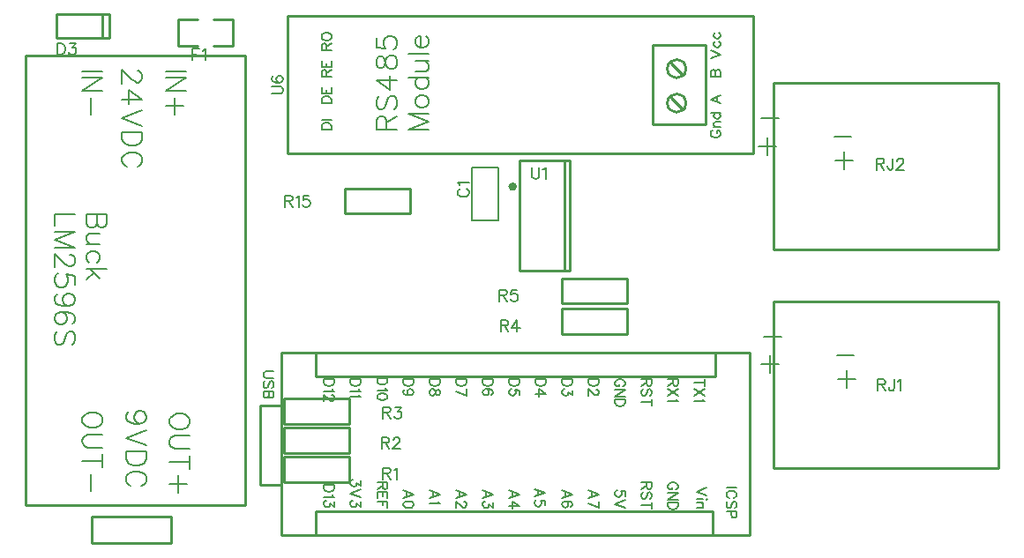
<source format=gto>
G04 Layer: TopSilkLayer*
G04 EasyEDA v6.3.22, 2020-02-16T12:15:52--5:00*
G04 381979cff6bd47818e4e504fc6c237e0,2cc9782d1759487288c44a1c2d283d62,10*
G04 Gerber Generator version 0.2*
G04 Scale: 100 percent, Rotated: No, Reflected: No *
G04 Dimensions in millimeters *
G04 leading zeros omitted , absolute positions ,3 integer and 3 decimal *
%FSLAX33Y33*%
%MOMM*%
G90*
G71D02*

%ADD10C,0.254000*%
%ADD28C,0.200660*%
%ADD29C,0.228600*%
%ADD30C,0.399999*%
%ADD31C,0.203200*%
%ADD32C,0.152400*%

%LPD*%
G54D10*
G01X26670Y48785D02*
G01X26670Y5605D01*
G01X5588Y5605D01*
G01X5588Y48785D01*
G01X26670Y48785D01*
G01X75057Y20210D02*
G01X75057Y2684D01*
G01X30099Y20210D02*
G01X30099Y2684D01*
G01X75057Y20210D02*
G01X30099Y20210D01*
G01X75057Y2684D02*
G01X30099Y2684D01*
G01X33401Y20210D02*
G01X33401Y17924D01*
G01X71755Y17924D01*
G01X71755Y20210D01*
G01X33401Y20210D01*
G01X71501Y2684D02*
G01X71501Y4970D01*
G01X33401Y4970D01*
G01X33401Y2684D01*
G01X30099Y7510D02*
G01X28067Y7510D01*
G01X28067Y15130D01*
G01X30099Y15130D01*
G01X19558Y4461D02*
G01X19558Y1921D01*
G01X11938Y1921D01*
G01X11938Y4461D01*
G01X19558Y4461D01*
G54D28*
G01X48389Y37987D02*
G01X48389Y32907D01*
G01X50929Y32907D01*
G01X50929Y37987D01*
G01X48389Y37987D01*
G54D10*
G01X36677Y13021D02*
G01X36677Y10634D01*
G01X36677Y10634D02*
G01X30378Y10634D01*
G01X30378Y10634D02*
G01X30378Y13021D01*
G01X30378Y13021D02*
G01X36677Y13021D01*
G01X57048Y24985D02*
G01X57048Y27372D01*
G01X57048Y27372D02*
G01X63347Y27372D01*
G01X63347Y27372D02*
G01X63347Y24985D01*
G01X63347Y24985D02*
G01X57048Y24985D01*
G01X57048Y22064D02*
G01X57048Y24451D01*
G01X57048Y24451D02*
G01X63347Y24451D01*
G01X63347Y24451D02*
G01X63347Y22064D01*
G01X63347Y22064D02*
G01X57048Y22064D01*
G01X36220Y33621D02*
G01X36220Y36008D01*
G01X36220Y36008D02*
G01X42519Y36008D01*
G01X42519Y36008D02*
G01X42519Y33621D01*
G01X42519Y33621D02*
G01X36220Y33621D01*
G01X57791Y38717D02*
G01X57791Y28118D01*
G01X52991Y28118D01*
G01X52991Y38717D01*
G01X57791Y38717D01*
G01X57290Y28118D02*
G01X57290Y38717D01*
G01X36677Y10227D02*
G01X36677Y7840D01*
G01X36677Y7840D02*
G01X30378Y7840D01*
G01X30378Y7840D02*
G01X30378Y10227D01*
G01X30378Y10227D02*
G01X36677Y10227D01*
G01X30378Y13428D02*
G01X30378Y15815D01*
G01X30378Y15815D02*
G01X36677Y15815D01*
G01X36677Y15815D02*
G01X36677Y13428D01*
G01X36677Y13428D02*
G01X30378Y13428D01*
G54D29*
G01X8509Y52721D02*
G01X13589Y52721D01*
G01X13589Y50435D01*
G01X8509Y50435D01*
G01X8509Y52721D01*
G01X12954Y52721D02*
G01X12954Y50435D01*
G54D10*
G01X23622Y49673D02*
G01X25470Y49673D01*
G01X25470Y52213D01*
G01X23622Y52213D01*
G01X22098Y52213D02*
G01X20239Y52213D01*
G01X20239Y49673D01*
G01X22098Y49673D01*
G01X98996Y46117D02*
G01X98996Y30115D01*
G01X98996Y30115D02*
G01X77406Y30115D01*
G01X77406Y30115D02*
G01X77406Y46117D01*
G01X77406Y46117D02*
G01X98996Y46117D01*
G01X98996Y25162D02*
G01X98996Y9160D01*
G01X98996Y9160D02*
G01X77406Y9160D01*
G01X77406Y9160D02*
G01X77406Y25162D01*
G01X77406Y25162D02*
G01X98996Y25162D01*
G01X68834Y47006D02*
G01X68580Y47006D01*
G01X67564Y48022D01*
G01X67564Y48276D01*
G01X30734Y39386D02*
G01X30734Y52594D01*
G01X31242Y52594D01*
G01X74422Y52594D01*
G01X75438Y52594D01*
G01X75438Y39386D01*
G01X74676Y39386D01*
G01X30734Y39386D01*
G01X65786Y42180D02*
G01X65786Y49546D01*
G01X65786Y49800D01*
G01X70612Y49800D01*
G01X70866Y49800D01*
G01X70866Y42180D01*
G01X70358Y42180D01*
G01X65786Y42180D01*
G01X65786Y43196D01*
G01X68834Y43704D02*
G01X68580Y43704D01*
G01X67564Y44720D01*
G01X67564Y44974D01*
G54D31*
G01X12969Y13941D02*
G01X12878Y14127D01*
G01X12692Y14310D01*
G01X12510Y14404D01*
G01X12230Y14495D01*
G01X11770Y14495D01*
G01X11494Y14404D01*
G01X11308Y14310D01*
G01X11123Y14127D01*
G01X11031Y13941D01*
G01X11031Y13570D01*
G01X11123Y13388D01*
G01X11308Y13202D01*
G01X11494Y13111D01*
G01X11770Y13017D01*
G01X12230Y13017D01*
G01X12510Y13111D01*
G01X12692Y13202D01*
G01X12878Y13388D01*
G01X12969Y13570D01*
G01X12969Y13941D01*
G01X12969Y12407D02*
G01X11585Y12407D01*
G01X11308Y12316D01*
G01X11123Y12130D01*
G01X11031Y11853D01*
G01X11031Y11668D01*
G01X11123Y11391D01*
G01X11308Y11206D01*
G01X11585Y11114D01*
G01X12969Y11114D01*
G01X12969Y9860D02*
G01X11031Y9860D01*
G01X12969Y10505D02*
G01X12969Y9212D01*
G01X11862Y8602D02*
G01X11862Y6939D01*
G01X21336Y13814D02*
G01X21245Y14000D01*
G01X21059Y14183D01*
G01X20876Y14277D01*
G01X20597Y14368D01*
G01X20137Y14368D01*
G01X19860Y14277D01*
G01X19675Y14183D01*
G01X19489Y14000D01*
G01X19398Y13814D01*
G01X19398Y13443D01*
G01X19489Y13261D01*
G01X19675Y13075D01*
G01X19860Y12984D01*
G01X20137Y12890D01*
G01X20597Y12890D01*
G01X20876Y12984D01*
G01X21059Y13075D01*
G01X21245Y13261D01*
G01X21336Y13443D01*
G01X21336Y13814D01*
G01X21336Y12280D02*
G01X19952Y12280D01*
G01X19675Y12189D01*
G01X19489Y12003D01*
G01X19398Y11726D01*
G01X19398Y11541D01*
G01X19489Y11264D01*
G01X19675Y11079D01*
G01X19952Y10987D01*
G01X21336Y10987D01*
G01X21336Y9733D02*
G01X19398Y9733D01*
G01X21336Y10378D02*
G01X21336Y9085D01*
G01X21059Y7645D02*
G01X19398Y7645D01*
G01X20229Y8475D02*
G01X20229Y6812D01*
G01X12954Y47261D02*
G01X11016Y47261D01*
G01X12954Y46651D02*
G01X11016Y46651D01*
G01X12954Y46651D02*
G01X11016Y45359D01*
G01X12954Y45359D02*
G01X11016Y45359D01*
G01X11847Y44749D02*
G01X11847Y43085D01*
G01X20970Y47261D02*
G01X19032Y47261D01*
G01X20970Y46651D02*
G01X19032Y46651D01*
G01X20970Y46651D02*
G01X19032Y45359D01*
G01X20970Y45359D02*
G01X19032Y45359D01*
G01X20693Y43918D02*
G01X19032Y43918D01*
G01X19863Y44749D02*
G01X19863Y43085D01*
G01X13352Y33544D02*
G01X11411Y33544D01*
G01X13352Y33544D02*
G01X13352Y32713D01*
G01X13258Y32437D01*
G01X13166Y32343D01*
G01X12981Y32251D01*
G01X12796Y32251D01*
G01X12613Y32343D01*
G01X12519Y32437D01*
G01X12427Y32713D01*
G01X12427Y33544D02*
G01X12427Y32713D01*
G01X12336Y32437D01*
G01X12242Y32343D01*
G01X12056Y32251D01*
G01X11780Y32251D01*
G01X11597Y32343D01*
G01X11503Y32437D01*
G01X11411Y32713D01*
G01X11411Y33544D01*
G01X12704Y31642D02*
G01X11780Y31642D01*
G01X11503Y31550D01*
G01X11411Y31365D01*
G01X11411Y31088D01*
G01X11503Y30902D01*
G01X11780Y30626D01*
G01X12704Y30626D02*
G01X11411Y30626D01*
G01X12427Y28908D02*
G01X12613Y29091D01*
G01X12704Y29277D01*
G01X12704Y29554D01*
G01X12613Y29739D01*
G01X12427Y29924D01*
G01X12150Y30016D01*
G01X11965Y30016D01*
G01X11688Y29924D01*
G01X11503Y29739D01*
G01X11411Y29554D01*
G01X11411Y29277D01*
G01X11503Y29091D01*
G01X11688Y28908D01*
G01X13352Y28299D02*
G01X11411Y28299D01*
G01X12704Y27374D02*
G01X11780Y28299D01*
G01X12150Y27928D02*
G01X11411Y27283D01*
G01X10304Y33544D02*
G01X8363Y33544D01*
G01X8363Y33544D02*
G01X8363Y32437D01*
G01X10304Y31827D02*
G01X8363Y31827D01*
G01X10304Y31827D02*
G01X8363Y31088D01*
G01X10304Y30349D02*
G01X8363Y31088D01*
G01X10304Y30349D02*
G01X8363Y30349D01*
G01X9841Y29648D02*
G01X9933Y29648D01*
G01X10118Y29554D01*
G01X10210Y29462D01*
G01X10304Y29277D01*
G01X10304Y28908D01*
G01X10210Y28723D01*
G01X10118Y28632D01*
G01X9933Y28538D01*
G01X9748Y28538D01*
G01X9565Y28632D01*
G01X9288Y28815D01*
G01X8363Y29739D01*
G01X8363Y28446D01*
G01X10304Y26729D02*
G01X10304Y27651D01*
G01X9471Y27745D01*
G01X9565Y27651D01*
G01X9656Y27374D01*
G01X9656Y27097D01*
G01X9565Y26821D01*
G01X9379Y26635D01*
G01X9102Y26544D01*
G01X8917Y26544D01*
G01X8640Y26635D01*
G01X8455Y26821D01*
G01X8363Y27097D01*
G01X8363Y27374D01*
G01X8455Y27651D01*
G01X8549Y27745D01*
G01X8732Y27837D01*
G01X9656Y24733D02*
G01X9379Y24824D01*
G01X9194Y25010D01*
G01X9102Y25286D01*
G01X9102Y25380D01*
G01X9194Y25657D01*
G01X9379Y25840D01*
G01X9656Y25934D01*
G01X9748Y25934D01*
G01X10024Y25840D01*
G01X10210Y25657D01*
G01X10304Y25380D01*
G01X10304Y25286D01*
G01X10210Y25010D01*
G01X10024Y24824D01*
G01X9656Y24733D01*
G01X9194Y24733D01*
G01X8732Y24824D01*
G01X8455Y25010D01*
G01X8363Y25286D01*
G01X8363Y25472D01*
G01X8455Y25749D01*
G01X8640Y25840D01*
G01X10024Y23016D02*
G01X10210Y23107D01*
G01X10304Y23384D01*
G01X10304Y23569D01*
G01X10210Y23846D01*
G01X9933Y24032D01*
G01X9471Y24123D01*
G01X9008Y24123D01*
G01X8640Y24032D01*
G01X8455Y23846D01*
G01X8363Y23569D01*
G01X8363Y23478D01*
G01X8455Y23199D01*
G01X8640Y23016D01*
G01X8917Y22922D01*
G01X9008Y22922D01*
G01X9288Y23016D01*
G01X9471Y23199D01*
G01X9565Y23478D01*
G01X9565Y23569D01*
G01X9471Y23846D01*
G01X9288Y24032D01*
G01X9008Y24123D01*
G01X10024Y21019D02*
G01X10210Y21205D01*
G01X10304Y21482D01*
G01X10304Y21852D01*
G01X10210Y22129D01*
G01X10024Y22312D01*
G01X9841Y22312D01*
G01X9656Y22221D01*
G01X9565Y22129D01*
G01X9471Y21944D01*
G01X9288Y21390D01*
G01X9194Y21205D01*
G01X9102Y21113D01*
G01X8917Y21019D01*
G01X8640Y21019D01*
G01X8455Y21205D01*
G01X8363Y21482D01*
G01X8363Y21852D01*
G01X8455Y22129D01*
G01X8640Y22312D01*
G01X16319Y47296D02*
G01X16413Y47296D01*
G01X16598Y47202D01*
G01X16690Y47111D01*
G01X16781Y46925D01*
G01X16781Y46557D01*
G01X16690Y46371D01*
G01X16598Y46280D01*
G01X16413Y46186D01*
G01X16228Y46186D01*
G01X16042Y46280D01*
G01X15765Y46463D01*
G01X14843Y47387D01*
G01X14843Y46095D01*
G01X16781Y44560D02*
G01X15488Y45485D01*
G01X15488Y44098D01*
G01X16781Y44560D02*
G01X14843Y44560D01*
G01X16781Y43489D02*
G01X14843Y42752D01*
G01X16781Y42013D02*
G01X14843Y42752D01*
G01X16781Y41403D02*
G01X14843Y41403D01*
G01X16781Y41403D02*
G01X16781Y40756D01*
G01X16690Y40479D01*
G01X16504Y40293D01*
G01X16319Y40202D01*
G01X16042Y40110D01*
G01X15582Y40110D01*
G01X15303Y40202D01*
G01X15120Y40293D01*
G01X14935Y40479D01*
G01X14843Y40756D01*
G01X14843Y41403D01*
G01X16319Y38114D02*
G01X16504Y38205D01*
G01X16690Y38391D01*
G01X16781Y38576D01*
G01X16781Y38945D01*
G01X16690Y39130D01*
G01X16504Y39315D01*
G01X16319Y39407D01*
G01X16042Y39501D01*
G01X15582Y39501D01*
G01X15303Y39407D01*
G01X15120Y39315D01*
G01X14935Y39130D01*
G01X14843Y38945D01*
G01X14843Y38576D01*
G01X14935Y38391D01*
G01X15120Y38205D01*
G01X15303Y38114D01*
G01X16517Y13420D02*
G01X16240Y13514D01*
G01X16055Y13697D01*
G01X15963Y13974D01*
G01X15963Y14068D01*
G01X16055Y14345D01*
G01X16240Y14530D01*
G01X16517Y14621D01*
G01X16609Y14621D01*
G01X16885Y14530D01*
G01X17071Y14345D01*
G01X17162Y14068D01*
G01X17162Y13974D01*
G01X17071Y13697D01*
G01X16885Y13514D01*
G01X16517Y13420D01*
G01X16055Y13420D01*
G01X15593Y13514D01*
G01X15316Y13697D01*
G01X15224Y13974D01*
G01X15224Y14159D01*
G01X15316Y14436D01*
G01X15501Y14530D01*
G01X17162Y12810D02*
G01X15224Y12071D01*
G01X17162Y11332D02*
G01X15224Y12071D01*
G01X17162Y10723D02*
G01X15224Y10723D01*
G01X17162Y10723D02*
G01X17162Y10077D01*
G01X17071Y9801D01*
G01X16885Y9615D01*
G01X16700Y9524D01*
G01X16423Y9430D01*
G01X15963Y9430D01*
G01X15684Y9524D01*
G01X15501Y9615D01*
G01X15316Y9801D01*
G01X15224Y10077D01*
G01X15224Y10723D01*
G01X16700Y7436D02*
G01X16885Y7527D01*
G01X17071Y7713D01*
G01X17162Y7898D01*
G01X17162Y8266D01*
G01X17071Y8452D01*
G01X16885Y8637D01*
G01X16700Y8729D01*
G01X16423Y8820D01*
G01X15963Y8820D01*
G01X15684Y8729D01*
G01X15501Y8637D01*
G01X15316Y8452D01*
G01X15224Y8266D01*
G01X15224Y7898D01*
G01X15316Y7713D01*
G01X15501Y7527D01*
G01X15684Y7436D01*
G01X29375Y18432D02*
G01X28692Y18432D01*
G01X28557Y18386D01*
G01X28466Y18294D01*
G01X28420Y18160D01*
G01X28420Y18068D01*
G01X28466Y17931D01*
G01X28557Y17840D01*
G01X28692Y17794D01*
G01X29375Y17794D01*
G01X29238Y16859D02*
G01X29329Y16951D01*
G01X29375Y17085D01*
G01X29375Y17268D01*
G01X29329Y17405D01*
G01X29238Y17494D01*
G01X29146Y17494D01*
G01X29055Y17449D01*
G01X29012Y17405D01*
G01X28966Y17314D01*
G01X28874Y17040D01*
G01X28829Y16951D01*
G01X28783Y16905D01*
G01X28692Y16859D01*
G01X28557Y16859D01*
G01X28466Y16951D01*
G01X28420Y17085D01*
G01X28420Y17268D01*
G01X28466Y17405D01*
G01X28557Y17494D01*
G01X29375Y16560D02*
G01X28420Y16560D01*
G01X29375Y16560D02*
G01X29375Y16151D01*
G01X29329Y16013D01*
G01X29283Y15968D01*
G01X29192Y15922D01*
G01X29101Y15922D01*
G01X29012Y15968D01*
G01X28966Y16013D01*
G01X28920Y16151D01*
G01X28920Y16560D02*
G01X28920Y16151D01*
G01X28874Y16013D01*
G01X28829Y15968D01*
G01X28737Y15922D01*
G01X28603Y15922D01*
G01X28511Y15968D01*
G01X28466Y16013D01*
G01X28420Y16151D01*
G01X28420Y16560D01*
G01X65659Y17670D02*
G01X64704Y17670D01*
G01X65659Y17670D02*
G01X65659Y17261D01*
G01X65613Y17123D01*
G01X65567Y17078D01*
G01X65476Y17032D01*
G01X65384Y17032D01*
G01X65295Y17078D01*
G01X65250Y17123D01*
G01X65204Y17261D01*
G01X65204Y17670D01*
G01X65204Y17352D02*
G01X64704Y17032D01*
G01X65521Y16097D02*
G01X65613Y16189D01*
G01X65659Y16323D01*
G01X65659Y16506D01*
G01X65613Y16643D01*
G01X65521Y16732D01*
G01X65430Y16732D01*
G01X65339Y16687D01*
G01X65295Y16643D01*
G01X65250Y16552D01*
G01X65158Y16278D01*
G01X65113Y16189D01*
G01X65067Y16143D01*
G01X64975Y16097D01*
G01X64841Y16097D01*
G01X64749Y16189D01*
G01X64704Y16323D01*
G01X64704Y16506D01*
G01X64749Y16643D01*
G01X64841Y16732D01*
G01X65659Y15477D02*
G01X64704Y15477D01*
G01X65659Y15798D02*
G01X65659Y15160D01*
G01X62890Y16989D02*
G01X62981Y17032D01*
G01X63073Y17123D01*
G01X63119Y17215D01*
G01X63119Y17398D01*
G01X63073Y17487D01*
G01X62981Y17578D01*
G01X62890Y17624D01*
G01X62755Y17670D01*
G01X62527Y17670D01*
G01X62390Y17624D01*
G01X62301Y17578D01*
G01X62209Y17487D01*
G01X62164Y17398D01*
G01X62164Y17215D01*
G01X62209Y17123D01*
G01X62301Y17032D01*
G01X62390Y16989D01*
G01X62527Y16989D01*
G01X62527Y17215D02*
G01X62527Y16989D01*
G01X63119Y16687D02*
G01X62164Y16687D01*
G01X63119Y16687D02*
G01X62164Y16052D01*
G01X63119Y16052D02*
G01X62164Y16052D01*
G01X63119Y15752D02*
G01X62164Y15752D01*
G01X63119Y15752D02*
G01X63119Y15434D01*
G01X63073Y15297D01*
G01X62981Y15206D01*
G01X62890Y15160D01*
G01X62755Y15114D01*
G01X62527Y15114D01*
G01X62390Y15160D01*
G01X62301Y15206D01*
G01X62209Y15297D01*
G01X62164Y15434D01*
G01X62164Y15752D01*
G01X60579Y17670D02*
G01X59624Y17670D01*
G01X60579Y17670D02*
G01X60579Y17352D01*
G01X60533Y17215D01*
G01X60441Y17123D01*
G01X60350Y17078D01*
G01X60215Y17032D01*
G01X59987Y17032D01*
G01X59850Y17078D01*
G01X59761Y17123D01*
G01X59669Y17215D01*
G01X59624Y17352D01*
G01X59624Y17670D01*
G01X60350Y16687D02*
G01X60396Y16687D01*
G01X60487Y16643D01*
G01X60533Y16598D01*
G01X60579Y16506D01*
G01X60579Y16323D01*
G01X60533Y16234D01*
G01X60487Y16189D01*
G01X60396Y16143D01*
G01X60304Y16143D01*
G01X60215Y16189D01*
G01X60078Y16278D01*
G01X59624Y16732D01*
G01X59624Y16097D01*
G01X58039Y17670D02*
G01X57084Y17670D01*
G01X58039Y17670D02*
G01X58039Y17352D01*
G01X57993Y17215D01*
G01X57901Y17123D01*
G01X57810Y17078D01*
G01X57675Y17032D01*
G01X57447Y17032D01*
G01X57310Y17078D01*
G01X57221Y17123D01*
G01X57129Y17215D01*
G01X57084Y17352D01*
G01X57084Y17670D01*
G01X58039Y16643D02*
G01X58039Y16143D01*
G01X57675Y16415D01*
G01X57675Y16278D01*
G01X57630Y16189D01*
G01X57584Y16143D01*
G01X57447Y16097D01*
G01X57355Y16097D01*
G01X57221Y16143D01*
G01X57129Y16234D01*
G01X57084Y16369D01*
G01X57084Y16506D01*
G01X57129Y16643D01*
G01X57175Y16687D01*
G01X57266Y16732D01*
G01X68199Y17670D02*
G01X67244Y17670D01*
G01X68199Y17670D02*
G01X68199Y17261D01*
G01X68153Y17123D01*
G01X68107Y17078D01*
G01X68016Y17032D01*
G01X67924Y17032D01*
G01X67835Y17078D01*
G01X67790Y17123D01*
G01X67744Y17261D01*
G01X67744Y17670D01*
G01X67744Y17352D02*
G01X67244Y17032D01*
G01X68199Y16732D02*
G01X67244Y16097D01*
G01X68199Y16097D02*
G01X67244Y16732D01*
G01X68016Y15798D02*
G01X68061Y15706D01*
G01X68199Y15569D01*
G01X67244Y15569D01*
G01X70739Y17352D02*
G01X69784Y17352D01*
G01X70739Y17670D02*
G01X70739Y17032D01*
G01X70739Y16732D02*
G01X69784Y16097D01*
G01X70739Y16097D02*
G01X69784Y16732D01*
G01X70556Y15798D02*
G01X70601Y15706D01*
G01X70739Y15569D01*
G01X69784Y15569D01*
G01X55499Y17670D02*
G01X54544Y17670D01*
G01X55499Y17670D02*
G01X55499Y17352D01*
G01X55453Y17215D01*
G01X55361Y17123D01*
G01X55270Y17078D01*
G01X55135Y17032D01*
G01X54907Y17032D01*
G01X54770Y17078D01*
G01X54681Y17123D01*
G01X54589Y17215D01*
G01X54544Y17352D01*
G01X54544Y17670D01*
G01X55499Y16278D02*
G01X54861Y16732D01*
G01X54861Y16052D01*
G01X55499Y16278D02*
G01X54544Y16278D01*
G01X52959Y17670D02*
G01X52004Y17670D01*
G01X52959Y17670D02*
G01X52959Y17352D01*
G01X52913Y17215D01*
G01X52821Y17123D01*
G01X52730Y17078D01*
G01X52595Y17032D01*
G01X52367Y17032D01*
G01X52230Y17078D01*
G01X52141Y17123D01*
G01X52049Y17215D01*
G01X52004Y17352D01*
G01X52004Y17670D01*
G01X52959Y16189D02*
G01X52959Y16643D01*
G01X52550Y16687D01*
G01X52595Y16643D01*
G01X52639Y16506D01*
G01X52639Y16369D01*
G01X52595Y16234D01*
G01X52504Y16143D01*
G01X52367Y16097D01*
G01X52275Y16097D01*
G01X52141Y16143D01*
G01X52049Y16234D01*
G01X52004Y16369D01*
G01X52004Y16506D01*
G01X52049Y16643D01*
G01X52095Y16687D01*
G01X52186Y16732D01*
G01X50419Y17670D02*
G01X49464Y17670D01*
G01X50419Y17670D02*
G01X50419Y17352D01*
G01X50373Y17215D01*
G01X50281Y17123D01*
G01X50190Y17078D01*
G01X50055Y17032D01*
G01X49827Y17032D01*
G01X49690Y17078D01*
G01X49601Y17123D01*
G01X49509Y17215D01*
G01X49464Y17352D01*
G01X49464Y17670D01*
G01X50281Y16189D02*
G01X50373Y16234D01*
G01X50419Y16369D01*
G01X50419Y16460D01*
G01X50373Y16598D01*
G01X50236Y16687D01*
G01X50010Y16732D01*
G01X49781Y16732D01*
G01X49601Y16687D01*
G01X49509Y16598D01*
G01X49464Y16460D01*
G01X49464Y16415D01*
G01X49509Y16278D01*
G01X49601Y16189D01*
G01X49735Y16143D01*
G01X49781Y16143D01*
G01X49918Y16189D01*
G01X50010Y16278D01*
G01X50055Y16415D01*
G01X50055Y16460D01*
G01X50010Y16598D01*
G01X49918Y16687D01*
G01X49781Y16732D01*
G01X47879Y17670D02*
G01X46924Y17670D01*
G01X47879Y17670D02*
G01X47879Y17352D01*
G01X47833Y17215D01*
G01X47741Y17123D01*
G01X47650Y17078D01*
G01X47515Y17032D01*
G01X47287Y17032D01*
G01X47150Y17078D01*
G01X47061Y17123D01*
G01X46969Y17215D01*
G01X46924Y17352D01*
G01X46924Y17670D01*
G01X47879Y16097D02*
G01X46924Y16552D01*
G01X47879Y16732D02*
G01X47879Y16097D01*
G01X45339Y17670D02*
G01X44384Y17670D01*
G01X45339Y17670D02*
G01X45339Y17352D01*
G01X45293Y17215D01*
G01X45201Y17123D01*
G01X45110Y17078D01*
G01X44975Y17032D01*
G01X44747Y17032D01*
G01X44610Y17078D01*
G01X44521Y17123D01*
G01X44429Y17215D01*
G01X44384Y17352D01*
G01X44384Y17670D01*
G01X45339Y16506D02*
G01X45293Y16643D01*
G01X45201Y16687D01*
G01X45110Y16687D01*
G01X45019Y16643D01*
G01X44975Y16552D01*
G01X44930Y16369D01*
G01X44884Y16234D01*
G01X44793Y16143D01*
G01X44701Y16097D01*
G01X44566Y16097D01*
G01X44475Y16143D01*
G01X44429Y16189D01*
G01X44384Y16323D01*
G01X44384Y16506D01*
G01X44429Y16643D01*
G01X44475Y16687D01*
G01X44566Y16732D01*
G01X44701Y16732D01*
G01X44793Y16687D01*
G01X44884Y16598D01*
G01X44930Y16460D01*
G01X44975Y16278D01*
G01X45019Y16189D01*
G01X45110Y16143D01*
G01X45201Y16143D01*
G01X45293Y16189D01*
G01X45339Y16323D01*
G01X45339Y16506D01*
G01X42799Y17670D02*
G01X41844Y17670D01*
G01X42799Y17670D02*
G01X42799Y17352D01*
G01X42753Y17215D01*
G01X42661Y17123D01*
G01X42570Y17078D01*
G01X42435Y17032D01*
G01X42207Y17032D01*
G01X42070Y17078D01*
G01X41981Y17123D01*
G01X41889Y17215D01*
G01X41844Y17352D01*
G01X41844Y17670D01*
G01X42479Y16143D02*
G01X42344Y16189D01*
G01X42253Y16278D01*
G01X42207Y16415D01*
G01X42207Y16460D01*
G01X42253Y16598D01*
G01X42344Y16687D01*
G01X42479Y16732D01*
G01X42524Y16732D01*
G01X42661Y16687D01*
G01X42753Y16598D01*
G01X42799Y16460D01*
G01X42799Y16415D01*
G01X42753Y16278D01*
G01X42661Y16189D01*
G01X42479Y16143D01*
G01X42253Y16143D01*
G01X42026Y16189D01*
G01X41889Y16278D01*
G01X41844Y16415D01*
G01X41844Y16506D01*
G01X41889Y16643D01*
G01X41981Y16687D01*
G01X40297Y17796D02*
G01X39342Y17796D01*
G01X40297Y17796D02*
G01X40297Y17479D01*
G01X40251Y17342D01*
G01X40160Y17250D01*
G01X40068Y17205D01*
G01X39934Y17159D01*
G01X39705Y17159D01*
G01X39568Y17205D01*
G01X39479Y17250D01*
G01X39387Y17342D01*
G01X39342Y17479D01*
G01X39342Y17796D01*
G01X40114Y16859D02*
G01X40160Y16770D01*
G01X40297Y16633D01*
G01X39342Y16633D01*
G01X40297Y16059D02*
G01X40251Y16196D01*
G01X40114Y16288D01*
G01X39888Y16333D01*
G01X39751Y16333D01*
G01X39525Y16288D01*
G01X39387Y16196D01*
G01X39342Y16059D01*
G01X39342Y15970D01*
G01X39387Y15833D01*
G01X39525Y15742D01*
G01X39751Y15696D01*
G01X39888Y15696D01*
G01X40114Y15742D01*
G01X40251Y15833D01*
G01X40297Y15970D01*
G01X40297Y16059D01*
G01X37719Y17670D02*
G01X36764Y17670D01*
G01X37719Y17670D02*
G01X37719Y17352D01*
G01X37673Y17215D01*
G01X37581Y17123D01*
G01X37490Y17078D01*
G01X37355Y17032D01*
G01X37127Y17032D01*
G01X36990Y17078D01*
G01X36901Y17123D01*
G01X36809Y17215D01*
G01X36764Y17352D01*
G01X36764Y17670D01*
G01X37536Y16732D02*
G01X37581Y16643D01*
G01X37719Y16506D01*
G01X36764Y16506D01*
G01X37536Y16206D02*
G01X37581Y16115D01*
G01X37719Y15978D01*
G01X36764Y15978D01*
G01X35179Y17670D02*
G01X34224Y17670D01*
G01X35179Y17670D02*
G01X35179Y17352D01*
G01X35133Y17215D01*
G01X35041Y17123D01*
G01X34950Y17078D01*
G01X34815Y17032D01*
G01X34587Y17032D01*
G01X34450Y17078D01*
G01X34361Y17123D01*
G01X34269Y17215D01*
G01X34224Y17352D01*
G01X34224Y17670D01*
G01X34996Y16732D02*
G01X35041Y16643D01*
G01X35179Y16506D01*
G01X34224Y16506D01*
G01X34950Y16161D02*
G01X34996Y16161D01*
G01X35087Y16115D01*
G01X35133Y16069D01*
G01X35179Y15978D01*
G01X35179Y15798D01*
G01X35133Y15706D01*
G01X35087Y15660D01*
G01X34996Y15615D01*
G01X34904Y15615D01*
G01X34815Y15660D01*
G01X34678Y15752D01*
G01X34224Y16206D01*
G01X34224Y15569D01*
G01X35179Y7510D02*
G01X34224Y7510D01*
G01X35179Y7510D02*
G01X35179Y7192D01*
G01X35133Y7055D01*
G01X35041Y6963D01*
G01X34950Y6918D01*
G01X34815Y6872D01*
G01X34587Y6872D01*
G01X34450Y6918D01*
G01X34361Y6963D01*
G01X34269Y7055D01*
G01X34224Y7192D01*
G01X34224Y7510D01*
G01X34996Y6572D02*
G01X35041Y6483D01*
G01X35179Y6346D01*
G01X34224Y6346D01*
G01X35179Y5955D02*
G01X35179Y5455D01*
G01X34815Y5726D01*
G01X34815Y5592D01*
G01X34770Y5500D01*
G01X34724Y5455D01*
G01X34587Y5409D01*
G01X34495Y5409D01*
G01X34361Y5455D01*
G01X34269Y5546D01*
G01X34224Y5683D01*
G01X34224Y5818D01*
G01X34269Y5955D01*
G01X34315Y6001D01*
G01X34406Y6046D01*
G01X37719Y7926D02*
G01X37719Y7426D01*
G01X37355Y7700D01*
G01X37355Y7563D01*
G01X37310Y7471D01*
G01X37264Y7426D01*
G01X37127Y7380D01*
G01X37035Y7380D01*
G01X36901Y7426D01*
G01X36809Y7517D01*
G01X36764Y7654D01*
G01X36764Y7791D01*
G01X36809Y7926D01*
G01X36855Y7972D01*
G01X36946Y8018D01*
G01X37719Y7080D02*
G01X36764Y6717D01*
G01X37719Y6354D02*
G01X36764Y6717D01*
G01X37719Y5963D02*
G01X37719Y5462D01*
G01X37355Y5737D01*
G01X37355Y5599D01*
G01X37310Y5508D01*
G01X37264Y5462D01*
G01X37127Y5417D01*
G01X37035Y5417D01*
G01X36901Y5462D01*
G01X36809Y5554D01*
G01X36764Y5691D01*
G01X36764Y5825D01*
G01X36809Y5963D01*
G01X36855Y6008D01*
G01X36946Y6054D01*
G01X40297Y7764D02*
G01X39342Y7764D01*
G01X40297Y7764D02*
G01X40297Y7355D01*
G01X40251Y7217D01*
G01X40205Y7172D01*
G01X40114Y7126D01*
G01X40022Y7126D01*
G01X39933Y7172D01*
G01X39888Y7217D01*
G01X39842Y7355D01*
G01X39842Y7764D01*
G01X39842Y7446D02*
G01X39342Y7126D01*
G01X40297Y6826D02*
G01X39342Y6826D01*
G01X40297Y6826D02*
G01X40297Y6237D01*
G01X39842Y6826D02*
G01X39842Y6463D01*
G01X39342Y6826D02*
G01X39342Y6237D01*
G01X40297Y5937D02*
G01X39342Y5937D01*
G01X40297Y5937D02*
G01X40297Y5345D01*
G01X39842Y5937D02*
G01X39842Y5571D01*
G01X42799Y6638D02*
G01X41844Y7002D01*
G01X42799Y6638D02*
G01X41844Y6275D01*
G01X42161Y6864D02*
G01X42161Y6410D01*
G01X42799Y5701D02*
G01X42753Y5838D01*
G01X42616Y5930D01*
G01X42390Y5975D01*
G01X42253Y5975D01*
G01X42026Y5930D01*
G01X41889Y5838D01*
G01X41844Y5701D01*
G01X41844Y5610D01*
G01X41889Y5475D01*
G01X42026Y5384D01*
G01X42253Y5338D01*
G01X42390Y5338D01*
G01X42616Y5384D01*
G01X42753Y5475D01*
G01X42799Y5610D01*
G01X42799Y5701D01*
G01X45339Y6638D02*
G01X44384Y7002D01*
G01X45339Y6638D02*
G01X44384Y6275D01*
G01X44701Y6864D02*
G01X44701Y6410D01*
G01X45156Y5975D02*
G01X45201Y5884D01*
G01X45339Y5747D01*
G01X44384Y5747D01*
G01X47879Y6638D02*
G01X46924Y7002D01*
G01X47879Y6638D02*
G01X46924Y6275D01*
G01X47241Y6864D02*
G01X47241Y6410D01*
G01X47650Y5930D02*
G01X47696Y5930D01*
G01X47787Y5884D01*
G01X47833Y5838D01*
G01X47879Y5747D01*
G01X47879Y5566D01*
G01X47833Y5475D01*
G01X47787Y5429D01*
G01X47696Y5384D01*
G01X47604Y5384D01*
G01X47515Y5429D01*
G01X47378Y5521D01*
G01X46924Y5975D01*
G01X46924Y5338D01*
G01X50419Y6638D02*
G01X49464Y7002D01*
G01X50419Y6638D02*
G01X49464Y6275D01*
G01X49781Y6864D02*
G01X49781Y6410D01*
G01X50419Y5884D02*
G01X50419Y5384D01*
G01X50055Y5655D01*
G01X50055Y5521D01*
G01X50010Y5429D01*
G01X49964Y5384D01*
G01X49827Y5338D01*
G01X49735Y5338D01*
G01X49601Y5384D01*
G01X49509Y5475D01*
G01X49464Y5610D01*
G01X49464Y5747D01*
G01X49509Y5884D01*
G01X49555Y5930D01*
G01X49646Y5975D01*
G01X52959Y6638D02*
G01X52004Y7002D01*
G01X52959Y6638D02*
G01X52004Y6275D01*
G01X52321Y6864D02*
G01X52321Y6410D01*
G01X52959Y5521D02*
G01X52321Y5975D01*
G01X52321Y5292D01*
G01X52959Y5521D02*
G01X52004Y5521D01*
G01X55410Y6765D02*
G01X54455Y7128D01*
G01X55410Y6765D02*
G01X54455Y6402D01*
G01X54772Y6991D02*
G01X54772Y6537D01*
G01X55410Y5556D02*
G01X55410Y6011D01*
G01X55001Y6057D01*
G01X55047Y6011D01*
G01X55090Y5874D01*
G01X55090Y5737D01*
G01X55047Y5602D01*
G01X54955Y5511D01*
G01X54818Y5465D01*
G01X54727Y5465D01*
G01X54592Y5511D01*
G01X54500Y5602D01*
G01X54455Y5737D01*
G01X54455Y5874D01*
G01X54500Y6011D01*
G01X54546Y6057D01*
G01X54638Y6102D01*
G01X58039Y6638D02*
G01X57084Y7002D01*
G01X58039Y6638D02*
G01X57084Y6275D01*
G01X57401Y6864D02*
G01X57401Y6410D01*
G01X57901Y5429D02*
G01X57993Y5475D01*
G01X58039Y5610D01*
G01X58039Y5701D01*
G01X57993Y5838D01*
G01X57856Y5930D01*
G01X57630Y5975D01*
G01X57401Y5975D01*
G01X57221Y5930D01*
G01X57129Y5838D01*
G01X57084Y5701D01*
G01X57084Y5655D01*
G01X57129Y5521D01*
G01X57221Y5429D01*
G01X57355Y5384D01*
G01X57401Y5384D01*
G01X57538Y5429D01*
G01X57630Y5521D01*
G01X57675Y5655D01*
G01X57675Y5701D01*
G01X57630Y5838D01*
G01X57538Y5930D01*
G01X57401Y5975D01*
G01X60579Y6638D02*
G01X59624Y7002D01*
G01X60579Y6638D02*
G01X59624Y6275D01*
G01X59941Y6864D02*
G01X59941Y6410D01*
G01X60579Y5338D02*
G01X59624Y5792D01*
G01X60579Y5975D02*
G01X60579Y5338D01*
G01X63119Y6455D02*
G01X63119Y6910D01*
G01X62710Y6956D01*
G01X62755Y6910D01*
G01X62799Y6775D01*
G01X62799Y6638D01*
G01X62755Y6501D01*
G01X62664Y6410D01*
G01X62527Y6364D01*
G01X62435Y6364D01*
G01X62301Y6410D01*
G01X62209Y6501D01*
G01X62164Y6638D01*
G01X62164Y6775D01*
G01X62209Y6910D01*
G01X62255Y6956D01*
G01X62346Y7002D01*
G01X63119Y6064D02*
G01X62164Y5701D01*
G01X63119Y5338D02*
G01X62164Y5701D01*
G01X65659Y7764D02*
G01X64704Y7764D01*
G01X65659Y7764D02*
G01X65659Y7355D01*
G01X65613Y7217D01*
G01X65567Y7172D01*
G01X65476Y7126D01*
G01X65384Y7126D01*
G01X65295Y7172D01*
G01X65250Y7217D01*
G01X65204Y7355D01*
G01X65204Y7764D01*
G01X65204Y7446D02*
G01X64704Y7126D01*
G01X65521Y6191D02*
G01X65613Y6283D01*
G01X65659Y6417D01*
G01X65659Y6600D01*
G01X65613Y6737D01*
G01X65521Y6826D01*
G01X65430Y6826D01*
G01X65339Y6781D01*
G01X65295Y6737D01*
G01X65250Y6646D01*
G01X65158Y6372D01*
G01X65113Y6283D01*
G01X65067Y6237D01*
G01X64975Y6191D01*
G01X64841Y6191D01*
G01X64749Y6283D01*
G01X64704Y6417D01*
G01X64704Y6600D01*
G01X64749Y6737D01*
G01X64841Y6826D01*
G01X65659Y5571D02*
G01X64704Y5571D01*
G01X65659Y5892D02*
G01X65659Y5254D01*
G01X67970Y7083D02*
G01X68061Y7126D01*
G01X68153Y7217D01*
G01X68199Y7309D01*
G01X68199Y7492D01*
G01X68153Y7581D01*
G01X68061Y7672D01*
G01X67970Y7718D01*
G01X67835Y7764D01*
G01X67607Y7764D01*
G01X67470Y7718D01*
G01X67381Y7672D01*
G01X67289Y7581D01*
G01X67244Y7492D01*
G01X67244Y7309D01*
G01X67289Y7217D01*
G01X67381Y7126D01*
G01X67470Y7083D01*
G01X67607Y7083D01*
G01X67607Y7309D02*
G01X67607Y7083D01*
G01X68199Y6781D02*
G01X67244Y6781D01*
G01X68199Y6781D02*
G01X67244Y6146D01*
G01X68199Y6146D02*
G01X67244Y6146D01*
G01X68199Y5846D02*
G01X67244Y5846D01*
G01X68199Y5846D02*
G01X68199Y5528D01*
G01X68153Y5391D01*
G01X68061Y5300D01*
G01X67970Y5254D01*
G01X67835Y5208D01*
G01X67607Y5208D01*
G01X67470Y5254D01*
G01X67381Y5300D01*
G01X67289Y5391D01*
G01X67244Y5528D01*
G01X67244Y5846D01*
G01X70947Y7256D02*
G01X69992Y6892D01*
G01X70947Y6529D02*
G01X69992Y6892D01*
G01X70947Y6229D02*
G01X70901Y6184D01*
G01X70947Y6138D01*
G01X70993Y6184D01*
G01X70947Y6229D01*
G01X70627Y6184D02*
G01X69992Y6184D01*
G01X70627Y5838D02*
G01X69992Y5838D01*
G01X70447Y5838D02*
G01X70584Y5701D01*
G01X70627Y5610D01*
G01X70627Y5472D01*
G01X70584Y5384D01*
G01X70447Y5338D01*
G01X69992Y5338D01*
G01X73825Y7256D02*
G01X72870Y7256D01*
G01X73596Y6273D02*
G01X73688Y6318D01*
G01X73779Y6410D01*
G01X73825Y6501D01*
G01X73825Y6684D01*
G01X73779Y6773D01*
G01X73688Y6864D01*
G01X73596Y6910D01*
G01X73462Y6956D01*
G01X73233Y6956D01*
G01X73096Y6910D01*
G01X73007Y6864D01*
G01X72915Y6773D01*
G01X72870Y6684D01*
G01X72870Y6501D01*
G01X72915Y6410D01*
G01X73007Y6318D01*
G01X73096Y6273D01*
G01X73688Y5338D02*
G01X73779Y5429D01*
G01X73825Y5564D01*
G01X73825Y5747D01*
G01X73779Y5884D01*
G01X73688Y5973D01*
G01X73596Y5973D01*
G01X73505Y5927D01*
G01X73462Y5884D01*
G01X73416Y5792D01*
G01X73324Y5518D01*
G01X73279Y5429D01*
G01X73233Y5384D01*
G01X73141Y5338D01*
G01X73007Y5338D01*
G01X72915Y5429D01*
G01X72870Y5564D01*
G01X72870Y5747D01*
G01X72915Y5884D01*
G01X73007Y5973D01*
G01X73825Y5038D02*
G01X72870Y5038D01*
G01X73825Y5038D02*
G01X73825Y4629D01*
G01X73779Y4492D01*
G01X73733Y4446D01*
G01X73642Y4401D01*
G01X73505Y4401D01*
G01X73416Y4446D01*
G01X73370Y4492D01*
G01X73324Y4629D01*
G01X73324Y5038D01*
G01X76200Y42742D02*
G01X77863Y42742D01*
G01X83185Y40964D02*
G01X84848Y40964D01*
G01X76776Y40905D02*
G01X76776Y39244D01*
G01X75946Y40075D02*
G01X77609Y40075D01*
G01X84142Y39508D02*
G01X84142Y37847D01*
G01X83312Y38678D02*
G01X84975Y38678D01*
G01X83439Y20009D02*
G01X85102Y20009D01*
G01X84396Y18553D02*
G01X84396Y16892D01*
G01X83566Y17723D02*
G01X85229Y17723D01*
G01X77030Y19950D02*
G01X77030Y18289D01*
G01X76200Y19120D02*
G01X77863Y19120D01*
G01X76454Y21787D02*
G01X78117Y21787D01*
G54D32*
G01X47304Y36001D02*
G01X47200Y35947D01*
G01X47096Y35843D01*
G01X47045Y35742D01*
G01X47045Y35533D01*
G01X47096Y35429D01*
G01X47200Y35325D01*
G01X47304Y35272D01*
G01X47459Y35221D01*
G01X47718Y35221D01*
G01X47876Y35272D01*
G01X47980Y35325D01*
G01X48084Y35429D01*
G01X48135Y35533D01*
G01X48135Y35742D01*
G01X48084Y35843D01*
G01X47980Y35947D01*
G01X47876Y36001D01*
G01X47251Y36344D02*
G01X47200Y36448D01*
G01X47045Y36603D01*
G01X48135Y36603D01*
G01X39751Y12092D02*
G01X39751Y11002D01*
G01X39751Y12092D02*
G01X40218Y12092D01*
G01X40373Y12041D01*
G01X40426Y11988D01*
G01X40477Y11883D01*
G01X40477Y11779D01*
G01X40426Y11675D01*
G01X40373Y11624D01*
G01X40218Y11573D01*
G01X39751Y11573D01*
G01X40114Y11573D02*
G01X40477Y11002D01*
G01X40873Y11833D02*
G01X40873Y11883D01*
G01X40924Y11988D01*
G01X40977Y12041D01*
G01X41081Y12092D01*
G01X41287Y12092D01*
G01X41391Y12041D01*
G01X41445Y11988D01*
G01X41495Y11883D01*
G01X41495Y11779D01*
G01X41445Y11675D01*
G01X41341Y11520D01*
G01X40820Y11002D01*
G01X41549Y11002D01*
G01X51054Y26278D02*
G01X51054Y25188D01*
G01X51054Y26278D02*
G01X51521Y26278D01*
G01X51676Y26227D01*
G01X51729Y26173D01*
G01X51780Y26069D01*
G01X51780Y25965D01*
G01X51729Y25861D01*
G01X51676Y25810D01*
G01X51521Y25759D01*
G01X51054Y25759D01*
G01X51417Y25759D02*
G01X51780Y25188D01*
G01X52748Y26278D02*
G01X52227Y26278D01*
G01X52176Y25810D01*
G01X52227Y25861D01*
G01X52384Y25914D01*
G01X52539Y25914D01*
G01X52694Y25861D01*
G01X52798Y25759D01*
G01X52852Y25602D01*
G01X52852Y25498D01*
G01X52798Y25343D01*
G01X52694Y25239D01*
G01X52539Y25188D01*
G01X52384Y25188D01*
G01X52227Y25239D01*
G01X52176Y25289D01*
G01X52123Y25394D01*
G01X51181Y23357D02*
G01X51181Y22267D01*
G01X51181Y23357D02*
G01X51648Y23357D01*
G01X51803Y23306D01*
G01X51856Y23252D01*
G01X51907Y23148D01*
G01X51907Y23044D01*
G01X51856Y22940D01*
G01X51803Y22889D01*
G01X51648Y22838D01*
G01X51181Y22838D01*
G01X51544Y22838D02*
G01X51907Y22267D01*
G01X52771Y23357D02*
G01X52250Y22630D01*
G01X53030Y22630D01*
G01X52771Y23357D02*
G01X52771Y22267D01*
G01X30480Y35323D02*
G01X30480Y34233D01*
G01X30480Y35323D02*
G01X30947Y35323D01*
G01X31102Y35272D01*
G01X31155Y35221D01*
G01X31206Y35117D01*
G01X31206Y35013D01*
G01X31155Y34908D01*
G01X31102Y34855D01*
G01X30947Y34804D01*
G01X30480Y34804D01*
G01X30843Y34804D02*
G01X31206Y34233D01*
G01X31549Y35117D02*
G01X31653Y35168D01*
G01X31811Y35323D01*
G01X31811Y34233D01*
G01X32776Y35323D02*
G01X32258Y35323D01*
G01X32204Y34855D01*
G01X32258Y34908D01*
G01X32412Y34959D01*
G01X32567Y34959D01*
G01X32725Y34908D01*
G01X32829Y34804D01*
G01X32880Y34649D01*
G01X32880Y34545D01*
G01X32829Y34388D01*
G01X32725Y34284D01*
G01X32567Y34233D01*
G01X32412Y34233D01*
G01X32258Y34284D01*
G01X32204Y34337D01*
G01X32153Y34441D01*
G01X54157Y38035D02*
G01X54157Y37255D01*
G01X54208Y37098D01*
G01X54312Y36996D01*
G01X54470Y36943D01*
G01X54574Y36943D01*
G01X54729Y36996D01*
G01X54833Y37098D01*
G01X54884Y37255D01*
G01X54884Y38035D01*
G01X55227Y37827D02*
G01X55331Y37878D01*
G01X55488Y38035D01*
G01X55488Y36943D01*
G01X39878Y9171D02*
G01X39878Y8081D01*
G01X39878Y9171D02*
G01X40345Y9171D01*
G01X40500Y9120D01*
G01X40553Y9067D01*
G01X40604Y8962D01*
G01X40604Y8858D01*
G01X40553Y8754D01*
G01X40500Y8703D01*
G01X40345Y8652D01*
G01X39878Y8652D01*
G01X40241Y8652D02*
G01X40604Y8081D01*
G01X40947Y8962D02*
G01X41051Y9016D01*
G01X41208Y9171D01*
G01X41208Y8081D01*
G01X39878Y15013D02*
G01X39878Y13923D01*
G01X39878Y15013D02*
G01X40345Y15013D01*
G01X40500Y14962D01*
G01X40553Y14909D01*
G01X40604Y14804D01*
G01X40604Y14700D01*
G01X40553Y14596D01*
G01X40500Y14545D01*
G01X40345Y14494D01*
G01X39878Y14494D01*
G01X40241Y14494D02*
G01X40604Y13923D01*
G01X41051Y15013D02*
G01X41622Y15013D01*
G01X41313Y14596D01*
G01X41468Y14596D01*
G01X41572Y14545D01*
G01X41622Y14494D01*
G01X41676Y14337D01*
G01X41676Y14233D01*
G01X41622Y14078D01*
G01X41518Y13974D01*
G01X41363Y13923D01*
G01X41208Y13923D01*
G01X41051Y13974D01*
G01X41000Y14025D01*
G01X40947Y14129D01*
G01X8636Y49966D02*
G01X8636Y48876D01*
G01X8636Y49966D02*
G01X8999Y49966D01*
G01X9156Y49915D01*
G01X9258Y49811D01*
G01X9311Y49707D01*
G01X9362Y49552D01*
G01X9362Y49292D01*
G01X9311Y49135D01*
G01X9258Y49031D01*
G01X9156Y48927D01*
G01X8999Y48876D01*
G01X8636Y48876D01*
G01X9809Y49966D02*
G01X10380Y49966D01*
G01X10071Y49552D01*
G01X10226Y49552D01*
G01X10330Y49498D01*
G01X10380Y49447D01*
G01X10434Y49292D01*
G01X10434Y49188D01*
G01X10380Y49031D01*
G01X10276Y48927D01*
G01X10121Y48876D01*
G01X9966Y48876D01*
G01X9809Y48927D01*
G01X9758Y48980D01*
G01X9705Y49084D01*
G01X21582Y49419D02*
G01X21582Y48330D01*
G01X21582Y49419D02*
G01X22258Y49419D01*
G01X21582Y48901D02*
G01X21998Y48901D01*
G01X22600Y49214D02*
G01X22705Y49265D01*
G01X22860Y49419D01*
G01X22860Y48330D01*
G01X87249Y38901D02*
G01X87249Y37812D01*
G01X87249Y38901D02*
G01X87716Y38901D01*
G01X87871Y38851D01*
G01X87924Y38797D01*
G01X87975Y38693D01*
G01X87975Y38589D01*
G01X87924Y38485D01*
G01X87871Y38434D01*
G01X87716Y38383D01*
G01X87249Y38383D01*
G01X87612Y38383D02*
G01X87975Y37812D01*
G01X88839Y38901D02*
G01X88839Y38071D01*
G01X88785Y37913D01*
G01X88734Y37862D01*
G01X88630Y37812D01*
G01X88526Y37812D01*
G01X88422Y37862D01*
G01X88371Y37913D01*
G01X88318Y38071D01*
G01X88318Y38175D01*
G01X89232Y38642D02*
G01X89232Y38693D01*
G01X89286Y38797D01*
G01X89336Y38851D01*
G01X89441Y38901D01*
G01X89649Y38901D01*
G01X89753Y38851D01*
G01X89804Y38797D01*
G01X89857Y38693D01*
G01X89857Y38589D01*
G01X89804Y38485D01*
G01X89700Y38330D01*
G01X89181Y37812D01*
G01X89908Y37812D01*
G01X87376Y17680D02*
G01X87376Y16590D01*
G01X87376Y17680D02*
G01X87843Y17680D01*
G01X87998Y17629D01*
G01X88051Y17576D01*
G01X88102Y17471D01*
G01X88102Y17367D01*
G01X88051Y17263D01*
G01X87998Y17212D01*
G01X87843Y17161D01*
G01X87376Y17161D01*
G01X87739Y17161D02*
G01X88102Y16590D01*
G01X88966Y17680D02*
G01X88966Y16849D01*
G01X88912Y16692D01*
G01X88861Y16641D01*
G01X88757Y16590D01*
G01X88653Y16590D01*
G01X88549Y16641D01*
G01X88498Y16692D01*
G01X88445Y16849D01*
G01X88445Y16953D01*
G01X89308Y17471D02*
G01X89413Y17525D01*
G01X89568Y17680D01*
G01X89568Y16590D01*
G01X29210Y45101D02*
G01X29987Y45101D01*
G01X30144Y45152D01*
G01X30248Y45256D01*
G01X30299Y45414D01*
G01X30299Y45518D01*
G01X30248Y45673D01*
G01X30144Y45777D01*
G01X29987Y45828D01*
G01X29210Y45828D01*
G01X29364Y46796D02*
G01X29260Y46742D01*
G01X29210Y46587D01*
G01X29210Y46483D01*
G01X29260Y46328D01*
G01X29415Y46224D01*
G01X29677Y46171D01*
G01X29936Y46171D01*
G01X30144Y46224D01*
G01X30248Y46328D01*
G01X30299Y46483D01*
G01X30299Y46537D01*
G01X30248Y46692D01*
G01X30144Y46796D01*
G01X29987Y46846D01*
G01X29936Y46846D01*
G01X29781Y46796D01*
G01X29677Y46692D01*
G01X29624Y46537D01*
G01X29624Y46483D01*
G01X29677Y46328D01*
G01X29781Y46224D01*
G01X29936Y46171D01*
G54D31*
G01X39278Y41672D02*
G01X41216Y41672D01*
G01X39278Y41672D02*
G01X39278Y42503D01*
G01X39370Y42780D01*
G01X39461Y42874D01*
G01X39646Y42965D01*
G01X39832Y42965D01*
G01X40017Y42874D01*
G01X40109Y42780D01*
G01X40200Y42503D01*
G01X40200Y41672D01*
G01X40200Y42320D02*
G01X41216Y42965D01*
G01X39555Y44868D02*
G01X39370Y44682D01*
G01X39278Y44406D01*
G01X39278Y44037D01*
G01X39370Y43760D01*
G01X39555Y43575D01*
G01X39738Y43575D01*
G01X39923Y43666D01*
G01X40017Y43760D01*
G01X40109Y43946D01*
G01X40294Y44500D01*
G01X40386Y44682D01*
G01X40477Y44776D01*
G01X40662Y44868D01*
G01X40939Y44868D01*
G01X41125Y44682D01*
G01X41216Y44406D01*
G01X41216Y44037D01*
G01X41125Y43760D01*
G01X40939Y43575D01*
G01X39278Y46402D02*
G01X40571Y45477D01*
G01X40571Y46864D01*
G01X39278Y46402D02*
G01X41216Y46402D01*
G01X39278Y47934D02*
G01X39370Y47657D01*
G01X39555Y47565D01*
G01X39738Y47565D01*
G01X39923Y47657D01*
G01X40017Y47842D01*
G01X40109Y48213D01*
G01X40200Y48490D01*
G01X40386Y48673D01*
G01X40571Y48767D01*
G01X40848Y48767D01*
G01X41033Y48673D01*
G01X41125Y48581D01*
G01X41216Y48304D01*
G01X41216Y47934D01*
G01X41125Y47657D01*
G01X41033Y47565D01*
G01X40848Y47474D01*
G01X40571Y47474D01*
G01X40386Y47565D01*
G01X40200Y47751D01*
G01X40109Y48028D01*
G01X40017Y48396D01*
G01X39923Y48581D01*
G01X39738Y48673D01*
G01X39555Y48673D01*
G01X39370Y48581D01*
G01X39278Y48304D01*
G01X39278Y47934D01*
G01X39278Y50484D02*
G01X39278Y49559D01*
G01X40109Y49468D01*
G01X40017Y49559D01*
G01X39923Y49839D01*
G01X39923Y50115D01*
G01X40017Y50392D01*
G01X40200Y50575D01*
G01X40477Y50669D01*
G01X40662Y50669D01*
G01X40939Y50575D01*
G01X41125Y50392D01*
G01X41216Y50115D01*
G01X41216Y49839D01*
G01X41125Y49559D01*
G01X41033Y49468D01*
G01X40848Y49376D01*
G01X42326Y41672D02*
G01X44264Y41672D01*
G01X42326Y41672D02*
G01X44264Y42412D01*
G01X42326Y43151D02*
G01X44264Y42412D01*
G01X42326Y43151D02*
G01X44264Y43151D01*
G01X42971Y44223D02*
G01X43065Y44037D01*
G01X43248Y43852D01*
G01X43525Y43760D01*
G01X43710Y43760D01*
G01X43987Y43852D01*
G01X44173Y44037D01*
G01X44264Y44223D01*
G01X44264Y44500D01*
G01X44173Y44682D01*
G01X43987Y44868D01*
G01X43710Y44962D01*
G01X43525Y44962D01*
G01X43248Y44868D01*
G01X43065Y44682D01*
G01X42971Y44500D01*
G01X42971Y44223D01*
G01X42326Y46679D02*
G01X44264Y46679D01*
G01X43248Y46679D02*
G01X43065Y46493D01*
G01X42971Y46308D01*
G01X42971Y46031D01*
G01X43065Y45848D01*
G01X43248Y45663D01*
G01X43525Y45571D01*
G01X43710Y45571D01*
G01X43987Y45663D01*
G01X44173Y45848D01*
G01X44264Y46031D01*
G01X44264Y46308D01*
G01X44173Y46493D01*
G01X43987Y46679D01*
G01X42971Y47288D02*
G01X43896Y47288D01*
G01X44173Y47380D01*
G01X44264Y47565D01*
G01X44264Y47842D01*
G01X44173Y48028D01*
G01X43896Y48304D01*
G01X42971Y48304D02*
G01X44264Y48304D01*
G01X42326Y48914D02*
G01X44264Y48914D01*
G01X43525Y49524D02*
G01X43525Y50631D01*
G01X43342Y50631D01*
G01X43157Y50540D01*
G01X43065Y50448D01*
G01X42971Y50263D01*
G01X42971Y49986D01*
G01X43065Y49800D01*
G01X43248Y49615D01*
G01X43525Y49524D01*
G01X43710Y49524D01*
G01X43987Y49615D01*
G01X44173Y49800D01*
G01X44264Y49986D01*
G01X44264Y50263D01*
G01X44173Y50448D01*
G01X43987Y50631D01*
G01X33997Y41672D02*
G01X34952Y41672D01*
G01X33997Y41672D02*
G01X33997Y41990D01*
G01X34043Y42127D01*
G01X34135Y42219D01*
G01X34226Y42264D01*
G01X34361Y42310D01*
G01X34589Y42310D01*
G01X34726Y42264D01*
G01X34815Y42219D01*
G01X34907Y42127D01*
G01X34952Y41990D01*
G01X34952Y41672D01*
G01X33997Y42610D02*
G01X34952Y42610D01*
G01X33997Y46752D02*
G01X34952Y46752D01*
G01X33997Y46752D02*
G01X33997Y47161D01*
G01X34043Y47299D01*
G01X34089Y47344D01*
G01X34180Y47390D01*
G01X34272Y47390D01*
G01X34361Y47344D01*
G01X34406Y47299D01*
G01X34452Y47161D01*
G01X34452Y46752D01*
G01X34452Y47070D02*
G01X34952Y47390D01*
G01X33997Y47690D02*
G01X34952Y47690D01*
G01X33997Y47690D02*
G01X33997Y48279D01*
G01X34452Y47690D02*
G01X34452Y48053D01*
G01X34952Y47690D02*
G01X34952Y48279D01*
G01X33997Y49292D02*
G01X34952Y49292D01*
G01X33997Y49292D02*
G01X33997Y49701D01*
G01X34043Y49839D01*
G01X34089Y49884D01*
G01X34180Y49930D01*
G01X34272Y49930D01*
G01X34361Y49884D01*
G01X34406Y49839D01*
G01X34452Y49701D01*
G01X34452Y49292D01*
G01X34452Y49610D02*
G01X34952Y49930D01*
G01X33997Y50502D02*
G01X34043Y50410D01*
G01X34135Y50319D01*
G01X34226Y50275D01*
G01X34361Y50230D01*
G01X34589Y50230D01*
G01X34726Y50275D01*
G01X34815Y50319D01*
G01X34907Y50410D01*
G01X34952Y50502D01*
G01X34952Y50684D01*
G01X34907Y50773D01*
G01X34815Y50865D01*
G01X34726Y50910D01*
G01X34589Y50956D01*
G01X34361Y50956D01*
G01X34226Y50910D01*
G01X34135Y50865D01*
G01X34043Y50773D01*
G01X33997Y50684D01*
G01X33997Y50502D01*
G01X33997Y44212D02*
G01X34952Y44212D01*
G01X33997Y44212D02*
G01X33997Y44530D01*
G01X34043Y44667D01*
G01X34135Y44759D01*
G01X34226Y44804D01*
G01X34361Y44850D01*
G01X34589Y44850D01*
G01X34726Y44804D01*
G01X34815Y44759D01*
G01X34907Y44667D01*
G01X34952Y44530D01*
G01X34952Y44212D01*
G01X33997Y45150D02*
G01X34952Y45150D01*
G01X33997Y45150D02*
G01X33997Y45739D01*
G01X34452Y45150D02*
G01X34452Y45513D01*
G01X34952Y45150D02*
G01X34952Y45739D01*
G01X71564Y41591D02*
G01X71473Y41548D01*
G01X71381Y41457D01*
G01X71335Y41365D01*
G01X71335Y41182D01*
G01X71381Y41093D01*
G01X71473Y41002D01*
G01X71564Y40956D01*
G01X71699Y40910D01*
G01X71927Y40910D01*
G01X72064Y40956D01*
G01X72153Y41002D01*
G01X72245Y41093D01*
G01X72290Y41182D01*
G01X72290Y41365D01*
G01X72245Y41457D01*
G01X72153Y41548D01*
G01X72064Y41591D01*
G01X71927Y41591D01*
G01X71927Y41365D02*
G01X71927Y41591D01*
G01X71655Y41893D02*
G01X72290Y41893D01*
G01X71836Y41893D02*
G01X71699Y42028D01*
G01X71655Y42120D01*
G01X71655Y42257D01*
G01X71699Y42346D01*
G01X71836Y42391D01*
G01X72290Y42391D01*
G01X71335Y43237D02*
G01X72290Y43237D01*
G01X71790Y43237D02*
G01X71699Y43146D01*
G01X71655Y43057D01*
G01X71655Y42920D01*
G01X71699Y42828D01*
G01X71790Y42737D01*
G01X71927Y42694D01*
G01X72019Y42694D01*
G01X72153Y42737D01*
G01X72245Y42828D01*
G01X72290Y42920D01*
G01X72290Y43057D01*
G01X72245Y43146D01*
G01X72153Y43237D01*
G01X71335Y44576D02*
G01X72290Y44212D01*
G01X71335Y44576D02*
G01X72290Y44939D01*
G01X71973Y44350D02*
G01X71973Y44804D01*
G01X71335Y46752D02*
G01X72290Y46752D01*
G01X71335Y46752D02*
G01X71335Y47161D01*
G01X71381Y47299D01*
G01X71427Y47344D01*
G01X71518Y47390D01*
G01X71610Y47390D01*
G01X71699Y47344D01*
G01X71744Y47299D01*
G01X71790Y47161D01*
G01X71790Y46752D02*
G01X71790Y47161D01*
G01X71836Y47299D01*
G01X71882Y47344D01*
G01X71973Y47390D01*
G01X72108Y47390D01*
G01X72199Y47344D01*
G01X72245Y47299D01*
G01X72290Y47161D01*
G01X72290Y46752D01*
G01X71335Y48530D02*
G01X72290Y48894D01*
G01X71335Y49257D02*
G01X72290Y48894D01*
G01X71790Y50103D02*
G01X71699Y50011D01*
G01X71655Y49922D01*
G01X71655Y49785D01*
G01X71699Y49694D01*
G01X71790Y49602D01*
G01X71927Y49557D01*
G01X72019Y49557D01*
G01X72153Y49602D01*
G01X72245Y49694D01*
G01X72290Y49785D01*
G01X72290Y49922D01*
G01X72245Y50011D01*
G01X72153Y50103D01*
G01X71790Y50949D02*
G01X71699Y50857D01*
G01X71655Y50766D01*
G01X71655Y50631D01*
G01X71699Y50540D01*
G01X71790Y50448D01*
G01X71927Y50402D01*
G01X72019Y50402D01*
G01X72153Y50448D01*
G01X72245Y50540D01*
G01X72290Y50631D01*
G01X72290Y50766D01*
G01X72245Y50857D01*
G01X72153Y50949D01*
G54D30*
G75*
G01X52527Y36187D02*
G03X52527Y36184I-200J-2D01*
G01*
G54D10*
G75*
G01X68961Y44213D02*
G03X68961Y44213I-889J0D01*
G01*
G75*
G01X68961Y47515D02*
G03X68961Y47515I-889J0D01*
G01*
M00*
M02*

</source>
